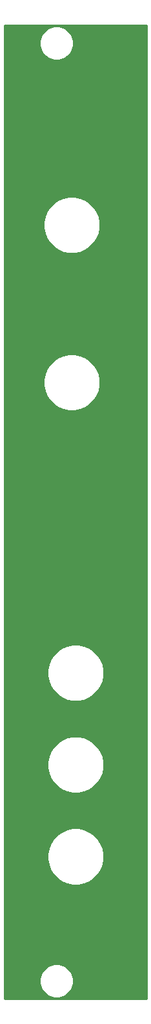
<source format=gbr>
G04 #@! TF.GenerationSoftware,KiCad,Pcbnew,(5.1.9)-1*
G04 #@! TF.CreationDate,2021-03-24T09:14:56+01:00*
G04 #@! TF.ProjectId,Atari Punk Console Front,41746172-6920-4507-956e-6b20436f6e73,rev?*
G04 #@! TF.SameCoordinates,Original*
G04 #@! TF.FileFunction,Copper,L2,Bot*
G04 #@! TF.FilePolarity,Positive*
%FSLAX46Y46*%
G04 Gerber Fmt 4.6, Leading zero omitted, Abs format (unit mm)*
G04 Created by KiCad (PCBNEW (5.1.9)-1) date 2021-03-24 09:14:56*
%MOMM*%
%LPD*%
G01*
G04 APERTURE LIST*
G04 #@! TA.AperFunction,NonConductor*
%ADD10C,0.254000*%
G04 #@! TD*
G04 #@! TA.AperFunction,NonConductor*
%ADD11C,0.100000*%
G04 #@! TD*
G04 APERTURE END LIST*
D10*
X19315001Y-127815000D02*
X685000Y-127815000D01*
X685000Y-125279872D01*
X5265000Y-125279872D01*
X5265000Y-125720128D01*
X5350890Y-126151925D01*
X5519369Y-126558669D01*
X5763962Y-126924729D01*
X6075271Y-127236038D01*
X6441331Y-127480631D01*
X6848075Y-127649110D01*
X7279872Y-127735000D01*
X7720128Y-127735000D01*
X8151925Y-127649110D01*
X8558669Y-127480631D01*
X8924729Y-127236038D01*
X9236038Y-126924729D01*
X9480631Y-126558669D01*
X9649110Y-126151925D01*
X9735000Y-125720128D01*
X9735000Y-125279872D01*
X9649110Y-124848075D01*
X9480631Y-124441331D01*
X9236038Y-124075271D01*
X8924729Y-123763962D01*
X8558669Y-123519369D01*
X8151925Y-123350890D01*
X7720128Y-123265000D01*
X7279872Y-123265000D01*
X6848075Y-123350890D01*
X6441331Y-123519369D01*
X6075271Y-123763962D01*
X5763962Y-124075271D01*
X5519369Y-124441331D01*
X5350890Y-124848075D01*
X5265000Y-125279872D01*
X685000Y-125279872D01*
X685000Y-108882135D01*
X6265000Y-108882135D01*
X6265000Y-109617865D01*
X6408534Y-110339459D01*
X6690086Y-111019186D01*
X7098836Y-111630924D01*
X7619076Y-112151164D01*
X8230814Y-112559914D01*
X8910541Y-112841466D01*
X9632135Y-112985000D01*
X10367865Y-112985000D01*
X11089459Y-112841466D01*
X11769186Y-112559914D01*
X12380924Y-112151164D01*
X12901164Y-111630924D01*
X13309914Y-111019186D01*
X13591466Y-110339459D01*
X13735000Y-109617865D01*
X13735000Y-108882135D01*
X13591466Y-108160541D01*
X13309914Y-107480814D01*
X12901164Y-106869076D01*
X12380924Y-106348836D01*
X11769186Y-105940086D01*
X11089459Y-105658534D01*
X10367865Y-105515000D01*
X9632135Y-105515000D01*
X8910541Y-105658534D01*
X8230814Y-105940086D01*
X7619076Y-106348836D01*
X7098836Y-106869076D01*
X6690086Y-107480814D01*
X6408534Y-108160541D01*
X6265000Y-108882135D01*
X685000Y-108882135D01*
X685000Y-96882135D01*
X6265000Y-96882135D01*
X6265000Y-97617865D01*
X6408534Y-98339459D01*
X6690086Y-99019186D01*
X7098836Y-99630924D01*
X7619076Y-100151164D01*
X8230814Y-100559914D01*
X8910541Y-100841466D01*
X9632135Y-100985000D01*
X10367865Y-100985000D01*
X11089459Y-100841466D01*
X11769186Y-100559914D01*
X12380924Y-100151164D01*
X12901164Y-99630924D01*
X13309914Y-99019186D01*
X13591466Y-98339459D01*
X13735000Y-97617865D01*
X13735000Y-96882135D01*
X13591466Y-96160541D01*
X13309914Y-95480814D01*
X12901164Y-94869076D01*
X12380924Y-94348836D01*
X11769186Y-93940086D01*
X11089459Y-93658534D01*
X10367865Y-93515000D01*
X9632135Y-93515000D01*
X8910541Y-93658534D01*
X8230814Y-93940086D01*
X7619076Y-94348836D01*
X7098836Y-94869076D01*
X6690086Y-95480814D01*
X6408534Y-96160541D01*
X6265000Y-96882135D01*
X685000Y-96882135D01*
X685000Y-84882135D01*
X6265000Y-84882135D01*
X6265000Y-85617865D01*
X6408534Y-86339459D01*
X6690086Y-87019186D01*
X7098836Y-87630924D01*
X7619076Y-88151164D01*
X8230814Y-88559914D01*
X8910541Y-88841466D01*
X9632135Y-88985000D01*
X10367865Y-88985000D01*
X11089459Y-88841466D01*
X11769186Y-88559914D01*
X12380924Y-88151164D01*
X12901164Y-87630924D01*
X13309914Y-87019186D01*
X13591466Y-86339459D01*
X13735000Y-85617865D01*
X13735000Y-84882135D01*
X13591466Y-84160541D01*
X13309914Y-83480814D01*
X12901164Y-82869076D01*
X12380924Y-82348836D01*
X11769186Y-81940086D01*
X11089459Y-81658534D01*
X10367865Y-81515000D01*
X9632135Y-81515000D01*
X8910541Y-81658534D01*
X8230814Y-81940086D01*
X7619076Y-82348836D01*
X7098836Y-82869076D01*
X6690086Y-83480814D01*
X6408534Y-84160541D01*
X6265000Y-84882135D01*
X685000Y-84882135D01*
X685000Y-46942135D01*
X5765000Y-46942135D01*
X5765000Y-47677865D01*
X5908534Y-48399459D01*
X6190086Y-49079186D01*
X6598836Y-49690924D01*
X7119076Y-50211164D01*
X7730814Y-50619914D01*
X8410541Y-50901466D01*
X9132135Y-51045000D01*
X9867865Y-51045000D01*
X10589459Y-50901466D01*
X11269186Y-50619914D01*
X11880924Y-50211164D01*
X12401164Y-49690924D01*
X12809914Y-49079186D01*
X13091466Y-48399459D01*
X13235000Y-47677865D01*
X13235000Y-46942135D01*
X13091466Y-46220541D01*
X12809914Y-45540814D01*
X12401164Y-44929076D01*
X11880924Y-44408836D01*
X11269186Y-44000086D01*
X10589459Y-43718534D01*
X9867865Y-43575000D01*
X9132135Y-43575000D01*
X8410541Y-43718534D01*
X7730814Y-44000086D01*
X7119076Y-44408836D01*
X6598836Y-44929076D01*
X6190086Y-45540814D01*
X5908534Y-46220541D01*
X5765000Y-46942135D01*
X685000Y-46942135D01*
X685000Y-26382135D01*
X5765000Y-26382135D01*
X5765000Y-27117865D01*
X5908534Y-27839459D01*
X6190086Y-28519186D01*
X6598836Y-29130924D01*
X7119076Y-29651164D01*
X7730814Y-30059914D01*
X8410541Y-30341466D01*
X9132135Y-30485000D01*
X9867865Y-30485000D01*
X10589459Y-30341466D01*
X11269186Y-30059914D01*
X11880924Y-29651164D01*
X12401164Y-29130924D01*
X12809914Y-28519186D01*
X13091466Y-27839459D01*
X13235000Y-27117865D01*
X13235000Y-26382135D01*
X13091466Y-25660541D01*
X12809914Y-24980814D01*
X12401164Y-24369076D01*
X11880924Y-23848836D01*
X11269186Y-23440086D01*
X10589459Y-23158534D01*
X9867865Y-23015000D01*
X9132135Y-23015000D01*
X8410541Y-23158534D01*
X7730814Y-23440086D01*
X7119076Y-23848836D01*
X6598836Y-24369076D01*
X6190086Y-24980814D01*
X5908534Y-25660541D01*
X5765000Y-26382135D01*
X685000Y-26382135D01*
X685000Y-2779872D01*
X5265000Y-2779872D01*
X5265000Y-3220128D01*
X5350890Y-3651925D01*
X5519369Y-4058669D01*
X5763962Y-4424729D01*
X6075271Y-4736038D01*
X6441331Y-4980631D01*
X6848075Y-5149110D01*
X7279872Y-5235000D01*
X7720128Y-5235000D01*
X8151925Y-5149110D01*
X8558669Y-4980631D01*
X8924729Y-4736038D01*
X9236038Y-4424729D01*
X9480631Y-4058669D01*
X9649110Y-3651925D01*
X9735000Y-3220128D01*
X9735000Y-2779872D01*
X9649110Y-2348075D01*
X9480631Y-1941331D01*
X9236038Y-1575271D01*
X8924729Y-1263962D01*
X8558669Y-1019369D01*
X8151925Y-850890D01*
X7720128Y-765000D01*
X7279872Y-765000D01*
X6848075Y-850890D01*
X6441331Y-1019369D01*
X6075271Y-1263962D01*
X5763962Y-1575271D01*
X5519369Y-1941331D01*
X5350890Y-2348075D01*
X5265000Y-2779872D01*
X685000Y-2779872D01*
X685000Y-685000D01*
X19315000Y-685000D01*
X19315001Y-127815000D01*
G04 #@! TA.AperFunction,NonConductor*
D11*
G36*
X19315001Y-127815000D02*
G01*
X685000Y-127815000D01*
X685000Y-125279872D01*
X5265000Y-125279872D01*
X5265000Y-125720128D01*
X5350890Y-126151925D01*
X5519369Y-126558669D01*
X5763962Y-126924729D01*
X6075271Y-127236038D01*
X6441331Y-127480631D01*
X6848075Y-127649110D01*
X7279872Y-127735000D01*
X7720128Y-127735000D01*
X8151925Y-127649110D01*
X8558669Y-127480631D01*
X8924729Y-127236038D01*
X9236038Y-126924729D01*
X9480631Y-126558669D01*
X9649110Y-126151925D01*
X9735000Y-125720128D01*
X9735000Y-125279872D01*
X9649110Y-124848075D01*
X9480631Y-124441331D01*
X9236038Y-124075271D01*
X8924729Y-123763962D01*
X8558669Y-123519369D01*
X8151925Y-123350890D01*
X7720128Y-123265000D01*
X7279872Y-123265000D01*
X6848075Y-123350890D01*
X6441331Y-123519369D01*
X6075271Y-123763962D01*
X5763962Y-124075271D01*
X5519369Y-124441331D01*
X5350890Y-124848075D01*
X5265000Y-125279872D01*
X685000Y-125279872D01*
X685000Y-108882135D01*
X6265000Y-108882135D01*
X6265000Y-109617865D01*
X6408534Y-110339459D01*
X6690086Y-111019186D01*
X7098836Y-111630924D01*
X7619076Y-112151164D01*
X8230814Y-112559914D01*
X8910541Y-112841466D01*
X9632135Y-112985000D01*
X10367865Y-112985000D01*
X11089459Y-112841466D01*
X11769186Y-112559914D01*
X12380924Y-112151164D01*
X12901164Y-111630924D01*
X13309914Y-111019186D01*
X13591466Y-110339459D01*
X13735000Y-109617865D01*
X13735000Y-108882135D01*
X13591466Y-108160541D01*
X13309914Y-107480814D01*
X12901164Y-106869076D01*
X12380924Y-106348836D01*
X11769186Y-105940086D01*
X11089459Y-105658534D01*
X10367865Y-105515000D01*
X9632135Y-105515000D01*
X8910541Y-105658534D01*
X8230814Y-105940086D01*
X7619076Y-106348836D01*
X7098836Y-106869076D01*
X6690086Y-107480814D01*
X6408534Y-108160541D01*
X6265000Y-108882135D01*
X685000Y-108882135D01*
X685000Y-96882135D01*
X6265000Y-96882135D01*
X6265000Y-97617865D01*
X6408534Y-98339459D01*
X6690086Y-99019186D01*
X7098836Y-99630924D01*
X7619076Y-100151164D01*
X8230814Y-100559914D01*
X8910541Y-100841466D01*
X9632135Y-100985000D01*
X10367865Y-100985000D01*
X11089459Y-100841466D01*
X11769186Y-100559914D01*
X12380924Y-100151164D01*
X12901164Y-99630924D01*
X13309914Y-99019186D01*
X13591466Y-98339459D01*
X13735000Y-97617865D01*
X13735000Y-96882135D01*
X13591466Y-96160541D01*
X13309914Y-95480814D01*
X12901164Y-94869076D01*
X12380924Y-94348836D01*
X11769186Y-93940086D01*
X11089459Y-93658534D01*
X10367865Y-93515000D01*
X9632135Y-93515000D01*
X8910541Y-93658534D01*
X8230814Y-93940086D01*
X7619076Y-94348836D01*
X7098836Y-94869076D01*
X6690086Y-95480814D01*
X6408534Y-96160541D01*
X6265000Y-96882135D01*
X685000Y-96882135D01*
X685000Y-84882135D01*
X6265000Y-84882135D01*
X6265000Y-85617865D01*
X6408534Y-86339459D01*
X6690086Y-87019186D01*
X7098836Y-87630924D01*
X7619076Y-88151164D01*
X8230814Y-88559914D01*
X8910541Y-88841466D01*
X9632135Y-88985000D01*
X10367865Y-88985000D01*
X11089459Y-88841466D01*
X11769186Y-88559914D01*
X12380924Y-88151164D01*
X12901164Y-87630924D01*
X13309914Y-87019186D01*
X13591466Y-86339459D01*
X13735000Y-85617865D01*
X13735000Y-84882135D01*
X13591466Y-84160541D01*
X13309914Y-83480814D01*
X12901164Y-82869076D01*
X12380924Y-82348836D01*
X11769186Y-81940086D01*
X11089459Y-81658534D01*
X10367865Y-81515000D01*
X9632135Y-81515000D01*
X8910541Y-81658534D01*
X8230814Y-81940086D01*
X7619076Y-82348836D01*
X7098836Y-82869076D01*
X6690086Y-83480814D01*
X6408534Y-84160541D01*
X6265000Y-84882135D01*
X685000Y-84882135D01*
X685000Y-46942135D01*
X5765000Y-46942135D01*
X5765000Y-47677865D01*
X5908534Y-48399459D01*
X6190086Y-49079186D01*
X6598836Y-49690924D01*
X7119076Y-50211164D01*
X7730814Y-50619914D01*
X8410541Y-50901466D01*
X9132135Y-51045000D01*
X9867865Y-51045000D01*
X10589459Y-50901466D01*
X11269186Y-50619914D01*
X11880924Y-50211164D01*
X12401164Y-49690924D01*
X12809914Y-49079186D01*
X13091466Y-48399459D01*
X13235000Y-47677865D01*
X13235000Y-46942135D01*
X13091466Y-46220541D01*
X12809914Y-45540814D01*
X12401164Y-44929076D01*
X11880924Y-44408836D01*
X11269186Y-44000086D01*
X10589459Y-43718534D01*
X9867865Y-43575000D01*
X9132135Y-43575000D01*
X8410541Y-43718534D01*
X7730814Y-44000086D01*
X7119076Y-44408836D01*
X6598836Y-44929076D01*
X6190086Y-45540814D01*
X5908534Y-46220541D01*
X5765000Y-46942135D01*
X685000Y-46942135D01*
X685000Y-26382135D01*
X5765000Y-26382135D01*
X5765000Y-27117865D01*
X5908534Y-27839459D01*
X6190086Y-28519186D01*
X6598836Y-29130924D01*
X7119076Y-29651164D01*
X7730814Y-30059914D01*
X8410541Y-30341466D01*
X9132135Y-30485000D01*
X9867865Y-30485000D01*
X10589459Y-30341466D01*
X11269186Y-30059914D01*
X11880924Y-29651164D01*
X12401164Y-29130924D01*
X12809914Y-28519186D01*
X13091466Y-27839459D01*
X13235000Y-27117865D01*
X13235000Y-26382135D01*
X13091466Y-25660541D01*
X12809914Y-24980814D01*
X12401164Y-24369076D01*
X11880924Y-23848836D01*
X11269186Y-23440086D01*
X10589459Y-23158534D01*
X9867865Y-23015000D01*
X9132135Y-23015000D01*
X8410541Y-23158534D01*
X7730814Y-23440086D01*
X7119076Y-23848836D01*
X6598836Y-24369076D01*
X6190086Y-24980814D01*
X5908534Y-25660541D01*
X5765000Y-26382135D01*
X685000Y-26382135D01*
X685000Y-2779872D01*
X5265000Y-2779872D01*
X5265000Y-3220128D01*
X5350890Y-3651925D01*
X5519369Y-4058669D01*
X5763962Y-4424729D01*
X6075271Y-4736038D01*
X6441331Y-4980631D01*
X6848075Y-5149110D01*
X7279872Y-5235000D01*
X7720128Y-5235000D01*
X8151925Y-5149110D01*
X8558669Y-4980631D01*
X8924729Y-4736038D01*
X9236038Y-4424729D01*
X9480631Y-4058669D01*
X9649110Y-3651925D01*
X9735000Y-3220128D01*
X9735000Y-2779872D01*
X9649110Y-2348075D01*
X9480631Y-1941331D01*
X9236038Y-1575271D01*
X8924729Y-1263962D01*
X8558669Y-1019369D01*
X8151925Y-850890D01*
X7720128Y-765000D01*
X7279872Y-765000D01*
X6848075Y-850890D01*
X6441331Y-1019369D01*
X6075271Y-1263962D01*
X5763962Y-1575271D01*
X5519369Y-1941331D01*
X5350890Y-2348075D01*
X5265000Y-2779872D01*
X685000Y-2779872D01*
X685000Y-685000D01*
X19315000Y-685000D01*
X19315001Y-127815000D01*
G37*
G04 #@! TD.AperFunction*
M02*

</source>
